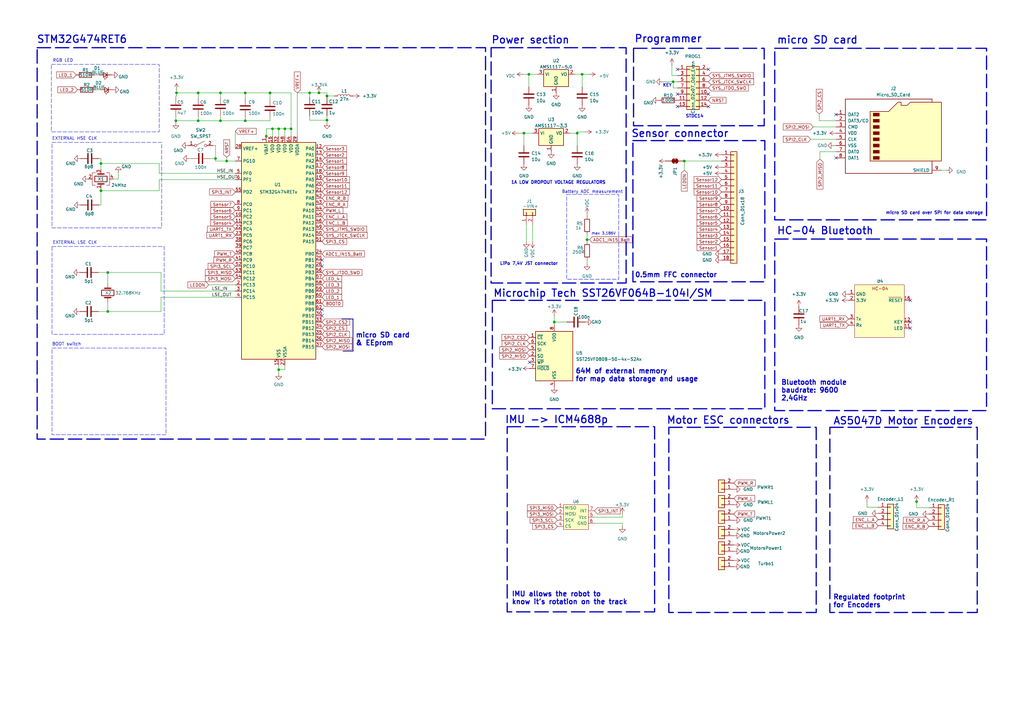
<source format=kicad_sch>
(kicad_sch (version 20231120) (generator "eeschema") (generator_version "8.0")
  (paper "A3")
  (junction (at 127 38.1))
  (junction (at 100.584 38.1))
  (junction (at 72.136 49.53))
  (junction (at 227.33 132.08))
  (junction (at 280.67 66.04))
  (junction (at 41.402 67.056))
  (junction (at 375.92 205.74))
  (junction (at 44.196 111.76))
  (junction (at 111.76 52.832))
  (junction (at 236.728 54.61))
  (junction (at 72.39 38.1))
  (junction (at 116.84 52.832))
  (junction (at 90.424 49.53))
  (junction (at 41.402 78.232))
  (junction (at 90.424 38.1))
  (junction (at 238.76 30.48))
  (junction (at 100.584 49.53))
  (junction (at 134.112 49.276))
  (junction (at 109.22 55.88))
  (junction (at 110.744 38.1))
  (junction (at 114.3 151.638))
  (junction (at 81.28 38.1))
  (junction (at 134.112 39.37))
  (junction (at 216.916 30.48))
  (junction (at 119.38 52.832))
  (junction (at 214.884 54.61))
  (junction (at 88.392 65.024))
  (junction (at 114.3 52.832))
  (junction (at 92.964 66.04))
  (junction (at 81.28 49.53))
  (junction (at 276.098 33.528))
  (junction (at 130.81 38.1))
  (junction (at 44.196 127.762))
  (junction (at 240.792 98.298))
  (no_connect (at 132.08 109.22))
  (no_connect (at 217.17 148.59))
  (no_connect (at 277.876 28.448))
  (no_connect (at 277.876 38.608))
  (no_connect (at 290.576 38.608))
  (no_connect (at 132.08 127))
  (no_connect (at 290.576 28.448))
  (no_connect (at 342.9 46.99))
  (no_connect (at 132.08 106.68))
  (no_connect (at 277.876 43.688))
  (no_connect (at 132.08 129.54))
  (no_connect (at 373.38 132.08))
  (no_connect (at 373.38 134.62))
  (no_connect (at 342.9 64.77))
  (no_connect (at 290.576 43.688))
  (no_connect (at 373.38 123.19))
  (wire (pts (xy 110.744 38.1) (xy 110.744 40.64)))
  (wire (pts (xy 96.52 53.848) (xy 96.52 60.96)))
  (wire (pts (xy 109.22 55.88) (xy 109.22 52.832)))
  (wire (pts (xy 66.04 127.762) (xy 66.04 121.92)))
  (wire (pts (xy 66.04 121.92) (xy 96.52 121.92)))
  (wire (pts (xy 65.278 73.66) (xy 96.52 73.66)))
  (wire (pts (xy 127 39.878) (xy 127 38.1)))
  (wire (pts (xy 116.84 52.832) (xy 116.84 55.88)))
  (bus (pts (xy 144.78 130.81) (xy 144.78 144.018)))
  (wire (pts (xy 232.41 132.08) (xy 227.33 132.08)))
  (wire (pts (xy 111.76 55.88) (xy 111.76 52.832)))
  (wire (pts (xy 119.38 55.88) (xy 119.38 52.832)))
  (wire (pts (xy 66.04 119.38) (xy 66.04 111.76)))
  (wire (pts (xy 134.112 39.37) (xy 134.112 39.878)))
  (wire (pts (xy 332.486 57.15) (xy 342.9 57.15)))
  (wire (pts (xy 240.792 106.68) (xy 240.792 108.204)))
  (wire (pts (xy 81.28 47.752) (xy 81.28 49.53)))
  (wire (pts (xy 277.876 36.068) (xy 276.098 36.068)))
  (wire (pts (xy 72.39 39.37) (xy 72.136 39.37)))
  (wire (pts (xy 72.39 38.1) (xy 72.39 39.37)))
  (wire (pts (xy 240.792 87.884) (xy 240.792 88.646)))
  (wire (pts (xy 109.22 52.832) (xy 111.76 52.832)))
  (wire (pts (xy 41.402 84.074) (xy 40.64 84.074)))
  (bus (pts (xy 140.208 130.81) (xy 144.78 130.81)))
  (wire (pts (xy 216.916 30.48) (xy 220.472 30.48)))
  (wire (pts (xy 342.9 62.23) (xy 336.296 62.23)))
  (wire (pts (xy 72.136 47.752) (xy 72.136 49.53)))
  (wire (pts (xy 127 38.1) (xy 130.81 38.1)))
  (wire (pts (xy 114.3 52.832) (xy 114.3 55.88)))
  (wire (pts (xy 72.136 39.37) (xy 72.136 40.132)))
  (wire (pts (xy 137.16 39.37) (xy 134.112 39.37)))
  (wire (pts (xy 72.39 36.83) (xy 72.39 38.1)))
  (bus (pts (xy 144.78 144.018) (xy 140.716 144.018)))
  (wire (pts (xy 275.59 30.988) (xy 277.876 30.988)))
  (wire (pts (xy 40.386 127.762) (xy 44.196 127.762)))
  (wire (pts (xy 114.3 151.638) (xy 114.3 149.86)))
  (wire (pts (xy 236.728 54.61) (xy 236.728 59.69)))
  (wire (pts (xy 38.862 30.734) (xy 40.64 30.734)))
  (wire (pts (xy 215.9 92.202) (xy 215.9 99.06)))
  (wire (pts (xy 88.392 59.69) (xy 88.392 65.024)))
  (wire (pts (xy 77.724 65.024) (xy 78.486 65.024)))
  (wire (pts (xy 121.92 38.1) (xy 121.92 55.88)))
  (wire (pts (xy 236.728 54.102) (xy 240.03 54.102)))
  (wire (pts (xy 44.196 111.76) (xy 66.04 111.76)))
  (wire (pts (xy 110.744 38.1) (xy 100.584 38.1)))
  (wire (pts (xy 233.68 54.61) (xy 236.728 54.61)))
  (wire (pts (xy 88.392 59.69) (xy 87.376 59.69)))
  (wire (pts (xy 110.744 48.26) (xy 110.744 49.53)))
  (wire (pts (xy 85.598 116.84) (xy 96.52 116.84)))
  (wire (pts (xy 114.3 151.638) (xy 116.84 151.638)))
  (wire (pts (xy 342.9 49.53) (xy 336.042 49.53)))
  (wire (pts (xy 240.792 98.298) (xy 241.808 98.298)))
  (wire (pts (xy 92.964 66.04) (xy 96.52 66.04)))
  (wire (pts (xy 65.278 67.056) (xy 41.402 67.056)))
  (wire (pts (xy 227.33 132.08) (xy 227.33 133.35)))
  (wire (pts (xy 90.424 38.1) (xy 90.424 39.878)))
  (wire (pts (xy 90.424 49.53) (xy 100.584 49.53)))
  (wire (pts (xy 92.964 64.516) (xy 92.964 66.04)))
  (wire (pts (xy 88.392 65.024) (xy 86.106 65.024)))
  (wire (pts (xy 90.424 47.498) (xy 90.424 49.53)))
  (wire (pts (xy 109.22 56.134) (xy 109.22 55.88)))
  (wire (pts (xy 119.38 52.832) (xy 119.38 38.1)))
  (wire (pts (xy 65.278 67.056) (xy 65.278 71.12)))
  (wire (pts (xy 238.76 30.48) (xy 241.554 30.48)))
  (wire (pts (xy 336.042 46.736) (xy 336.042 49.53)))
  (wire (pts (xy 134.112 47.498) (xy 134.112 49.276)))
  (wire (pts (xy 121.92 38.1) (xy 127 38.1)))
  (wire (pts (xy 90.424 38.1) (xy 81.28 38.1)))
  (wire (pts (xy 116.84 151.638) (xy 116.84 149.86)))
  (wire (pts (xy 280.67 66.04) (xy 295.91 66.04)))
  (wire (pts (xy 130.81 38.1) (xy 134.112 38.1)))
  (wire (pts (xy 235.712 30.48) (xy 238.76 30.48)))
  (wire (pts (xy 39.37 36.83) (xy 41.148 36.83)))
  (wire (pts (xy 72.39 38.1) (xy 81.28 38.1)))
  (wire (pts (xy 255.27 215.9) (xy 255.27 214.63)))
  (wire (pts (xy 41.402 77.216) (xy 41.402 78.232)))
  (wire (pts (xy 218.44 92.202) (xy 218.44 99.06)))
  (wire (pts (xy 72.136 49.53) (xy 81.28 49.53)))
  (wire (pts (xy 214.63 30.48) (xy 216.916 30.48)))
  (wire (pts (xy 276.098 33.528) (xy 277.876 33.528)))
  (wire (pts (xy 65.278 73.66) (xy 65.278 78.232)))
  (wire (pts (xy 342.9 59.69) (xy 342.138 59.69)))
  (wire (pts (xy 127 49.276) (xy 134.112 49.276)))
  (wire (pts (xy 134.112 38.1) (xy 134.112 39.37)))
  (wire (pts (xy 134.112 49.276) (xy 134.112 50.292)))
  (wire (pts (xy 114.3 52.832) (xy 116.84 52.832)))
  (wire (pts (xy 65.278 78.232) (xy 41.402 78.232)))
  (wire (pts (xy 72.136 50.292) (xy 72.136 49.53)))
  (wire (pts (xy 375.92 208.28) (xy 381 208.28)))
  (wire (pts (xy 66.04 119.38) (xy 96.52 119.38)))
  (wire (pts (xy 255.27 212.09) (xy 243.84 212.09)))
  (wire (pts (xy 114.3 153.162) (xy 114.3 151.638)))
  (wire (pts (xy 386.08 69.85) (xy 388.112 69.85)))
  (wire (pts (xy 240.792 98.298) (xy 240.792 99.06)))
  (wire (pts (xy 100.584 49.53) (xy 110.744 49.53)))
  (wire (pts (xy 100.584 48.006) (xy 100.584 49.53)))
  (wire (pts (xy 214.884 54.61) (xy 218.44 54.61)))
  (wire (pts (xy 111.76 52.832) (xy 114.3 52.832)))
  (wire (pts (xy 100.584 38.1) (xy 90.424 38.1)))
  (wire (pts (xy 40.386 111.76) (xy 44.196 111.76)))
  (wire (pts (xy 336.296 62.23) (xy 336.296 65.278)))
  (wire (pts (xy 48.514 73.406) (xy 46.482 73.406)))
  (wire (pts (xy 275.59 26.67) (xy 275.59 30.988)))
  (wire (pts (xy 355.6 205.74) (xy 355.6 208.026)))
  (wire (pts (xy 44.196 116.332) (xy 44.196 111.76)))
  (wire (pts (xy 214.884 54.61) (xy 214.884 59.69)))
  (wire (pts (xy 81.28 38.1) (xy 81.28 40.132)))
  (wire (pts (xy 355.6 208.026) (xy 360.172 208.026)))
  (wire (pts (xy 44.196 123.952) (xy 44.196 127.762)))
  (wire (pts (xy 81.28 49.53) (xy 90.424 49.53)))
  (wire (pts (xy 271.78 33.528) (xy 276.098 33.528)))
  (wire (pts (xy 116.84 52.832) (xy 119.38 52.832)))
  (wire (pts (xy 240.792 96.266) (xy 240.792 98.298)))
  (wire (pts (xy 375.92 205.74) (xy 375.92 208.28)))
  (wire (pts (xy 280.67 69.85) (xy 280.67 66.04)))
  (wire (pts (xy 41.402 65.024) (xy 41.402 67.056)))
  (wire (pts (xy 48.514 70.866) (xy 48.514 73.406)))
  (wire (pts (xy 119.38 38.1) (xy 110.744 38.1)))
  (wire (pts (xy 276.098 36.068) (xy 276.098 33.528)))
  (wire (pts (xy 127 49.276) (xy 127 47.498)))
  (wire (pts (xy 88.392 66.04) (xy 88.392 65.024)))
  (wire (pts (xy 236.728 54.102) (xy 236.728 54.61)))
  (wire (pts (xy 44.196 127.762) (xy 66.04 127.762)))
  (wire (pts (xy 41.402 67.056) (xy 41.402 69.596)))
  (wire (pts (xy 333.502 52.07) (xy 342.9 52.07)))
  (wire (pts (xy 41.402 78.232) (xy 41.402 84.074)))
  (wire (pts (xy 212.598 54.61) (xy 214.884 54.61)))
  (wire (pts (xy 255.27 210.82) (xy 255.27 212.09)))
  (wire (pts (xy 216.916 30.48) (xy 216.916 35.56)))
  (wire (pts (xy 227.33 129.54) (xy 227.33 132.08)))
  (wire (pts (xy 238.76 30.48) (xy 238.76 35.56)))
  (wire (pts (xy 255.27 214.63) (xy 243.84 214.63)))
  (wire (pts (xy 65.278 71.12) (xy 96.52 71.12)))
  (wire (pts (xy 375.92 205.486) (xy 375.92 205.74)))
  (wire (pts (xy 92.964 66.04) (xy 88.392 66.04)))
  (wire (pts (xy 100.584 38.1) (xy 100.584 40.386)))
  (wire (pts (xy 40.64 65.024) (xy 41.402 65.024)))
  (rectangle (start 317.754 19.812) (end 404.622 90.17) (stroke (width 0.5) (type dash)))
  (rectangle (start 317.754 98.044) (end 404.622 168.402) (stroke (width 0.5) (type dash)))
  (rectangle (start 259.588 57.658) (end 313.69 115.57) (stroke (width 0.5) (type dash)))
  (rectangle (start 21.336 142.748) (end 68.072 178.308) (stroke (width 0) (type dash)))
  (rectangle (start 21.082 26.416) (end 65.278 54.102) (stroke (width 0) (type dash)))
  (rectangle (start 201.93 123.19) (end 313.69 167.64) (stroke (width 0.5) (type dash)))
  (rectangle (start 21.336 58.42) (end 66.294 93.472) (stroke (width 0) (type dash)))
  (rectangle (start 208.026 175.006) (end 268.478 250.952) (stroke (width 0.5) (type dash)))
  (rectangle (start 340.36 175.26) (end 400.812 251.206) (stroke (width 0.5) (type dash)))
  (rectangle (start 21.336 101.092) (end 67.31 137.16) (stroke (width 0) (type dash)))
  (rectangle (start 15.24 19.558) (end 199.136 180.086) (stroke (width 0.5) (type dash)))
  (rectangle (start 232.41 79.756) (end 253.746 114.554) (stroke (width 0) (type dash)))
  (rectangle (start 274.32 175.26) (end 334.772 251.206) (stroke (width 0.5) (type dash)))
  (rectangle (start 201.422 19.558) (end 256.794 116.078) (stroke (width 0.5) (type dash)))
  (rectangle (start 259.842 19.812) (end 313.436 51.562) (stroke (width 0.5) (type dash)))
  (text "Bluetooth module\nbaudrate: 9600\n2,4GHz" (at 320.294 164.592 0) (effects (font (size 2 2) (thickness 0.4) (bold yes)) (justify left bottom)))
  (text "Regulated footprint\nfor Encoders" (at 341.63 249.428 0) (effects (font (size 2 2) (thickness 0.4) (bold yes)) (justify left bottom)))
  (text "RGB LED " (at 21.59 25.654 0) (effects (font (size 1.27 1.27)) (justify left bottom)))
  (text "HC-04 Bluetooth" (at 318.516 96.52 0) (effects (font (size 3 3) (thickness 0.454) (bold yes)) (justify left bottom)))
  (text "EXTERNAL LSE CLK" (at 21.59 100.33 0) (effects (font (size 1.27 1.27)) (justify left bottom)))
  (text "max 3,186V" (at 242.57 96.52 0) (effects (font (size 1.1 1.1)) (justify left bottom)))
  (text "EXTERNAL HSE CLK" (at 21.336 57.658 0) (effects (font (size 1.27 1.27)) (justify left bottom)))
  (text "micro SD card \n& EEprom\n" (at 145.796 141.986 0) (effects (font (size 2 2) (thickness 0.4) (bold yes)) (justify left bottom)))
  (text "LiPo 7,4V JST connector\n" (at 204.978 108.966 0) (effects (font (size 1.27 1.27) (thickness 0.254) (bold yes)) (justify left bottom)))
  (text "IMU allows the robot to\nknow it's rotation on the track" (at 209.804 248.158 0) (effects (font (size 2 2) (thickness 0.4) (bold yes)) (justify left bottom)))
  (text "IMU -> ICM4688p" (at 207.01 173.99 0) (effects (font (size 3 3) (thickness 0.454) (bold yes)) (justify left bottom)))
  (text "64M of external memory \nfor map data storage and usage" (at 235.966 156.718 0) (effects (font (size 2 2) (thickness 0.4) (bold yes)) (justify left bottom)))
  (text "1A LOW DROPOUT VOLTAGE REGULATORS" (at 209.55 75.692 0) (effects (font (size 1.27 1.27) (thickness 0.254) (bold yes)) (justify left bottom)))
  (text "Motor ESC connectors" (at 273.304 174.244 0) (effects (font (size 3 3) (thickness 0.454) (bold yes)) (justify left bottom)))
  (text "micro SD card" (at 318.516 18.288 0) (effects (font (size 3 3) (thickness 0.454) (bold yes)) (justify left bottom)))
  (text "Sensor connector" (at 258.826 56.642 0) (effects (font (size 3 3) (thickness 0.454) (bold yes)) (justify left bottom)))
  (text "STDC14" (at 281.178 48.514 0) (effects (font (size 1.27 1.27) (thickness 0.254) (bold yes)) (justify left bottom)))
  (text "AS5047D Motor Encoders" (at 341.63 174.498 0) (effects (font (size 3 3) (thickness 0.454) (bold yes)) (justify left bottom)))
  (text "BOOT switch" (at 21.336 141.986 0) (effects (font (size 1.27 1.27)) (justify left bottom)))
  (text "Microchip Tech SST26VF064B-104I/SM" (at 202.184 122.174 0) (effects (font (size 3 3) (thickness 0.454) (bold yes)) (justify left bottom)))
  (text "Power section" (at 201.422 18.288 0) (effects (font (size 3 3) (thickness 0.454) (bold yes)) (justify left bottom)))
  (text "KEY" (at 271.78 35.814 0) (effects (font (size 1.27 1.27) (bold yes)) (justify left bottom)))
  (text "0.5mm FFC connector\n" (at 260.35 114.046 0) (effects (font (size 2 2) (thickness 0.4) (bold yes)) (justify left bottom)))
  (text "Programmer" (at 260.096 17.78 0) (effects (font (size 3 3) (thickness 0.454) (bold yes)) (justify left bottom)))
  (text "STM32G474RET6" (at 14.986 18.034 0) (effects (font (size 3 3) (thickness 0.454) (bold yes)) (justify left bottom)))
  (text "micro SD card over SPI for data storage" (at 363.22 88.138 0) (effects (font (size 1.27 1.27) (thickness 0.254) (bold yes)) (justify left bottom)))
  (text "Battery ADC measurement" (at 230.378 79.502 0) (effects (font (size 1.27 1.27)) (justify left bottom)))
  (label "HSE_OUT" (at 88.9 73.66 0))
  (label "LSE_IN" (at 86.868 119.38 0))
  (label "LSE_OUT" (at 86.868 121.92 0))
  (label "HSE_IN" (at 88.9 71.12 0))
  (global_label "Sensor8" (shape input) (at 295.91 83.82 180) (property "Intersheetrefs" "${INTERSHEET_REFS}" (effects (hide yes))))
  (global_label "Sensor4" (shape input) (at 295.91 93.98 180) (property "Intersheetrefs" "${INTERSHEET_REFS}" (effects (hide yes))))
  (global_label "Sensor3" (shape input) (at 132.08 60.96 0) (property "Intersheetrefs" "${INTERSHEET_REFS}" (effects (hide yes))))
  (global_label "SPI3_SCL" (shape input) (at 228.6 213.36 180) (property "Intersheetrefs" "${INTERSHEET_REFS}" (effects (hide yes))))
  (global_label "LEDON" (shape input) (at 280.67 69.85 270) (property "Intersheetrefs" "${INTERSHEET_REFS}" (effects (hide yes))))
  (global_label "UART1_TX" (shape input) (at 96.52 93.98 180) (property "Intersheetrefs" "${INTERSHEET_REFS}" (effects (hide yes))))
  (global_label "SYS_JTDO_SWO" (shape input) (at 132.08 111.76 0) (property "Intersheetrefs" "${INTERSHEET_REFS}" (effects (hide yes))))
  (global_label "SYS_JTMS_SWDIO" (shape input) (at 132.08 93.98 0) (property "Intersheetrefs" "${INTERSHEET_REFS}" (effects (hide yes))))
  (global_label "UART1_RX" (shape input) (at 347.98 130.81 180) (property "Intersheetrefs" "${INTERSHEET_REFS}" (effects (hide yes))))
  (global_label "Sensor9" (shape input) (at 295.91 81.28 180) (property "Intersheetrefs" "${INTERSHEET_REFS}" (effects (hide yes))))
  (global_label "SPI3_MOSI" (shape input) (at 228.6 210.82 180) (property "Intersheetrefs" "${INTERSHEET_REFS}" (effects (hide yes))))
  (global_label "SPI3_SCL" (shape input) (at 96.52 109.22 180) (property "Intersheetrefs" "${INTERSHEET_REFS}" (effects (hide yes))))
  (global_label "SPI3_MOSI" (shape input) (at 96.52 114.3 180) (property "Intersheetrefs" "${INTERSHEET_REFS}" (effects (hide yes))))
  (global_label "Sensor8" (shape input) (at 132.08 68.58 0) (property "Intersheetrefs" "${INTERSHEET_REFS}" (effects (hide yes))))
  (global_label "ENC_L_B" (shape input) (at 132.08 91.44 0) (property "Intersheetrefs" "${INTERSHEET_REFS}" (effects (hide yes))))
  (global_label "LED_3" (shape input) (at 132.08 116.84 0) (property "Intersheetrefs" "${INTERSHEET_REFS}" (effects (hide yes))))
  (global_label "PWM_L" (shape input) (at 132.08 86.36 0) (property "Intersheetrefs" "${INTERSHEET_REFS}" (effects (hide yes))))
  (global_label "PWM_R" (shape input) (at 300.99 198.12 0) (property "Intersheetrefs" "${INTERSHEET_REFS}" (effects (hide yes))))
  (global_label "ADC1_IN15_Batt" (shape input) (at 132.08 104.14 0) (property "Intersheetrefs" "${INTERSHEET_REFS}" (effects (hide yes))))
  (global_label "ENC_R_B" (shape input) (at 132.08 81.28 0) (property "Intersheetrefs" "${INTERSHEET_REFS}" (effects (hide yes))))
  (global_label "Sensor2" (shape input) (at 132.08 63.5 0) (property "Intersheetrefs" "${INTERSHEET_REFS}" (effects (hide yes))))
  (global_label "Sensor11" (shape input) (at 132.08 76.2 0) (property "Intersheetrefs" "${INTERSHEET_REFS}" (effects (hide yes))))
  (global_label "SPI2_CS" (shape input) (at 336.042 46.736 90) (property "Intersheetrefs" "${INTERSHEET_REFS}" (effects (hide yes))))
  (global_label "LED_4" (shape input) (at 132.08 114.3 0) (property "Intersheetrefs" "${INTERSHEET_REFS}" (effects (hide yes))))
  (global_label "Sensor6" (shape input) (at 295.91 88.9 180) (property "Intersheetrefs" "${INTERSHEET_REFS}" (effects (hide yes))))
  (global_label "ENC_R_A" (shape input) (at 132.08 83.82 0) (property "Intersheetrefs" "${INTERSHEET_REFS}" (effects (hide yes))))
  (global_label "ENC_L_B" (shape input) (at 360.172 215.646 180) (property "Intersheetrefs" "${INTERSHEET_REFS}" (effects (hide yes))))
  (global_label "ENC_R_A" (shape input) (at 381 213.36 180) (property "Intersheetrefs" "${INTERSHEET_REFS}" (effects (hide yes))))
  (global_label "UART1_TX" (shape input) (at 347.98 133.35 180) (property "Intersheetrefs" "${INTERSHEET_REFS}" (effects (hide yes))))
  (global_label "SPI2_MISO" (shape input) (at 217.17 146.05 180) (property "Intersheetrefs" "${INTERSHEET_REFS}" (effects (hide yes))))
  (global_label "LED_1" (shape input) (at 132.08 121.92 0) (property "Intersheetrefs" "${INTERSHEET_REFS}" (effects (hide yes))))
  (global_label "SPI3_CS" (shape input) (at 132.08 99.06 0) (property "Intersheetrefs" "${INTERSHEET_REFS}" (effects (hide yes))))
  (global_label "Sensor7" (shape input) (at 96.52 83.82 180) (property "Intersheetrefs" "${INTERSHEET_REFS}" (effects (hide yes))))
  (global_label "SPI2_MISO" (shape input) (at 132.08 139.7 0) (property "Intersheetrefs" "${INTERSHEET_REFS}" (effects (hide yes))))
  (global_label "SPI2_CLK" (shape input) (at 132.08 137.16 0) (property "Intersheetrefs" "${INTERSHEET_REFS}" (effects (hide yes))))
  (global_label "SYS_JTDO_SWO" (shape input) (at 290.576 36.068 0) (property "Intersheetrefs" "${INTERSHEET_REFS}" (effects (hide yes))))
  (global_label "Sensor5" (shape input) (at 96.52 88.9 180) (property "Intersheetrefs" "${INTERSHEET_REFS}" (effects (hide yes))))
  (global_label "PWM_T" (shape input) (at 300.99 210.82 0) (property "Intersheetrefs" "${INTERSHEET_REFS}" (effects (hide yes))))
  (global_label "SPI2_MOSI" (shape input) (at 217.17 143.51 180) (property "Intersheetrefs" "${INTERSHEET_REFS}" (effects (hide yes))))
  (global_label "VREF+" (shape input) (at 121.92 38.1 90) (property "Intersheetrefs" "${INTERSHEET_REFS}" (effects (hide yes))))
  (global_label "SYS_JTCK_SWCLK" (shape input) (at 290.576 33.528 0) (property "Intersheetrefs" "${INTERSHEET_REFS}" (effects (hide yes))))
  (global_label "SPI3_INT" (shape input) (at 243.84 209.55 0) (property "Intersheetrefs" "${INTERSHEET_REFS}" (effects (hide yes))))
  (global_label "Sensor7" (shape input) (at 295.91 86.36 180) (property "Intersheetrefs" "${INTERSHEET_REFS}" (effects (hide yes))))
  (global_label "BOOT0" (shape input) (at 132.08 124.46 0) (property "Intersheetrefs" "${INTERSHEET_REFS}" (effects (hide yes))))
  (global_label "PWM_R" (shape input) (at 96.52 106.68 180) (property "Intersheetrefs" "${INTERSHEET_REFS}" (effects (hide yes))))
  (global_label "Sensor11" (shape input) (at 295.91 76.2 180) (property "Intersheetrefs" "${INTERSHEET_REFS}" (effects (hide yes))))
  (global_label "Sensor3" (shape input) (at 295.91 96.52 180) (property "Intersheetrefs" "${INTERSHEET_REFS}" (effects (hide yes))))
  (global_label "Sensor12" (shape input) (at 295.91 73.66 180) (property "Intersheetrefs" "${INTERSHEET_REFS}" (effects (hide yes))))
  (global_label "UART1_RX" (shape input) (at 96.52 96.52 180) (property "Intersheetrefs" "${INTERSHEET_REFS}" (effects (hide yes))))
  (global_label "Sensor9" (shape input) (at 132.08 71.12 0) (property "Intersheetrefs" "${INTERSHEET_REFS}" (effects (hide yes))))
  (global_label "SPI3_MISO" (shape input) (at 228.6 208.28 180) (property "Intersheetrefs" "${INTERSHEET_REFS}" (effects (hide yes))))
  (global_label "Sensor1" (shape input) (at 295.91 101.6 180) (property "Intersheetrefs" "${INTERSHEET_REFS}" (effects (hide yes))))
  (global_label "SPI2_CS" (shape input) (at 132.08 134.62 0) (property "Intersheetrefs" "${INTERSHEET_REFS}" (effects (hide yes))))
  (global_label "ENC_R_B" (shape input) (at 381 215.9 180) (property "Intersheetrefs" "${INTERSHEET_REFS}" (effects (hide yes))))
  (global_label "LED_2" (shape input) (at 31.75 36.83 180) (property "Intersheetrefs" "${INTERSHEET_REFS}" (effects (hide yes))))
  (global_label "ENC_L_A" (shape input) (at 132.08 88.9 0) (property "Intersheetrefs" "${INTERSHEET_REFS}" (effects (hide yes))))
  (global_label "ENC_L_A" (shape input) (at 360.172 213.106 180) (property "Intersheetrefs" "${INTERSHEET_REFS}" (effects (hide yes))))
  (global_label "Sensor4" (shape input) (at 96.52 91.44 180) (property "Intersheetrefs" "${INTERSHEET_REFS}" (effects (hide yes))))
  (global_label "SPI2_MISO" (shape input) (at 336.296 65.278 270) (property "Intersheetrefs" "${INTERSHEET_REFS}" (effects (hide yes))))
  (global_label "LED_1" (shape input) (at 31.242 30.734 180) (property "Intersheetrefs" "${INTERSHEET_REFS}" (effects (hide yes))))
  (global_label "SPI2_MOSI" (shape input) (at 132.08 142.24 0) (property "Intersheetrefs" "${INTERSHEET_REFS}" (effects (hide yes))))
  (global_label "NRST" (shape input) (at 92.964 64.516 90) (property "Intersheetrefs" "${INTERSHEET_REFS}" (effects (hide yes))))
  (global_label "VREF+" (shape input) (at 96.52 53.848 0) (property "Intersheetrefs" "${INTERSHEET_REFS}" (effects (hide yes))))
  (global_label "SYS_JTCK_SWCLK" (shape input) (at 132.08 96.52 0) (property "Intersheetrefs" "${INTERSHEET_REFS}" (effects (hide yes))))
  (global_label "SPI2_CLK" (shape input) (at 332.486 57.15 180) (property "Intersheetrefs" "${INTERSHEET_REFS}" (effects (hide yes))))
  (global_label "Sensor12" (shape input) (at 132.08 78.74 0) (property "Intersheetrefs" "${INTERSHEET_REFS}" (effects (hide yes))))
  (global_label "SPI2_MOSI" (shape input) (at 333.502 52.07 180) (property "Intersheetrefs" "${INTERSHEET_REFS}" (effects (hide yes))))
  (global_label "SYS_JTMS_SWDIO" (shape input) (at 290.576 30.988 0) (property "Intersheetrefs" "${INTERSHEET_REFS}" (effects (hide yes))))
  (global_label "LED_2" (shape input) (at 132.08 119.38 0) (property "Intersheetrefs" "${INTERSHEET_REFS}" (effects (hide yes))))
  (global_label "SPI2_CLK" (shape input) (at 217.17 140.97 180) (property "Intersheetrefs" "${INTERSHEET_REFS}" (effects (hide yes))))
  (global_label "Sensor5" (shape input) (at 295.91 91.44 180) (property "Intersheetrefs" "${INTERSHEET_REFS}" (effects (hide yes))))
  (global_label "SPI2_CS2" (shape input) (at 132.08 132.08 0) (property "Intersheetrefs" "${INTERSHEET_REFS}" (effects (hide yes))))
  (global_label "SPI3_CS" (shape input) (at 228.6 215.9 180) (property "Intersheetrefs" "${INTERSHEET_REFS}" (effects (hide yes))))
  (global_label "SPI3_INT" (shape input) (at 96.52 78.74 180) (property "Intersheetrefs" "${INTERSHEET_REFS}" (effects (hide yes))))
  (global_label "PWM_L" (shape input) (at 300.99 204.47 0) (property "Intersheetrefs" "${INTERSHEET_REFS}" (effects (hide yes))))
  (global_label "Sensor10" (shape input) (at 132.08 73.66 0) (property "Intersheetrefs" "${INTERSHEET_REFS}" (effects (hide yes))))
  (global_label "Sensor10" (shape input) (at 295.91 78.74 180) (property "Intersheetrefs" "${INTERSHEET_REFS}" (effects (hide yes))))
  (global_label "Sensor2" (shape input) (at 295.91 99.06 180) (property "Intersheetrefs" "${INTERSHEET_REFS}" (effects (hide yes))))
  (global_label "LEDON" (shape input) (at 85.598 116.84 180) (property "Intersheetrefs" "${INTERSHEET_REFS}" (effects (hide yes))))
  (global_label "NRST" (shape input) (at 290.576 41.148 0) (property "Intersheetrefs" "${INTERSHEET_REFS}" (effects (hide yes))))
  (global_label "Sensor6" (shape input) (at 96.52 86.36 180) (property "Intersheetrefs" "${INTERSHEET_REFS}" (effects (hide yes))))
  (global_label "SPI2_CS2" (shape input) (at 217.17 138.43 180) (property "Intersheetrefs" "${INTERSHEET_REFS}" (effects (hide yes))))
  (global_label "Sensor1" (shape input) (at 132.08 66.04 0) (property "Intersheetrefs" "${INTERSHEET_REFS}" (effects (hide yes))))
  (global_label "ADC1_IN15_Batt" (shape input) (at 241.808 98.298 0) (property "Intersheetrefs" "${INTERSHEET_REFS}" (effects (hide yes))))
  (global_label "PWM_T" (shape input) (at 96.52 104.14 180) (property "Intersheetrefs" "${INTERSHEET_REFS}" (effects (hide yes))))
  (global_label "SPI3_MISO" (shape input) (at 96.52 111.76 180) (property "Intersheetrefs" "${INTERSHEET_REFS}" (effects (hide yes))))
  (symbol (lib_id "Device:R") (at 240.792 102.87 180) (unit 1)
    (property "Reference" "R6" (at 237.998 101.6 0))
    (property "Value" "250R" (at 237.236 103.378 0))
    (property "Footprint" "Resistor_SMD:R_0603_1608Metric" (effects (hide yes)))
  )
  (symbol (lib_id "power:VDC") (at 300.99 229.87 270) (unit 1)
    (property "Reference" "#PWR066" (effects (hide yes)))
    (property "Value" "VDC" (at 305.816 229.87 90))
  )
  (symbol (lib_id "power:+5V") (at 295.91 68.58 90) (unit 1)
    (property "Reference" "#PWR055" (effects (hide yes)))
    (property "Value" "+5V" (at 290.068 68.58 90))
    (property "Description" "Power symbol creates a global label with name \"+5V\"" (effects (hide yes)))
  )
  (symbol (lib_id "power:+3.3V") (at 295.91 63.5 90) (unit 1)
    (property "Reference" "#PWR057" (effects (hide yes)))
    (property "Value" "+3.3V" (at 292.1 63.4999 90) (effects (justify left)))
    (property "Description" "Power symbol creates a global label with name \"+3.3V\"" (effects (hide yes)))
  )
  (symbol (lib_id "Device:C") (at 36.83 84.074 90) (unit 1)
    (property "Reference" "C4" (at 37.846 80.518 90) (effects (justify left)))
    (property "Value" "6p8" (at 38.608 87.63 90) (effects (justify left)))
    (property "Footprint" "Capacitor_SMD:C_0603_1608Metric" (effects (hide yes)))
  )
  (symbol (lib_id "power:VDC") (at 218.44 99.06 180) (unit 1)
    (property "Reference" "#PWR023" (effects (hide yes)))
    (property "Value" "VDC" (at 218.44 103.886 90))
  )
  (symbol (lib_id "power:+3.3V") (at 347.98 123.19 90) (unit 1)
    (property "Reference" "#PWR040" (effects (hide yes)))
    (property "Value" "+3.3V" (at 344.17 123.1899 90) (effects (justify left)))
    (property "Description" "Power symbol creates a global label with name \"+3.3V\"" (effects (hide yes)))
  )
  (symbol (lib_id "Device:R") (at 240.792 92.456 180) (unit 1)
    (property "Reference" "R5" (at 237.744 91.694 0))
    (property "Value" "1k" (at 237.236 93.472 0))
    (property "Footprint" "Resistor_SMD:R_0603_1608Metric" (effects (hide yes)))
  )
  (symbol (lib_id "MCU_ST_STM32G4:STM32G474RETx") (at 114.3 104.14 0) (unit 1)
    (property "Reference" "U1" (at 112.522 75.692 0) (effects (justify left)))
    (property "Value" "STM32G474RETx" (at 106.426 78.74 0) (effects (justify left)))
    (property "Footprint" "Package_QFP:LQFP-64_10x10mm_P0.5mm" (effects (hide yes)))
    (property "Datasheet" "https://www.st.com/resource/en/datasheet/stm32g474re.pdf" (effects (hide yes)))
  )
  (symbol (lib_id "power:+3.3V") (at 273.05 66.04 90) (unit 1)
    (property "Reference" "#PWR054" (effects (hide yes)))
    (property "Value" "+3.3V" (at 271.018 70.358 0))
    (property "Description" "Power symbol creates a global label with name \"+3.3V\"" (effects (hide yes)))
  )
  (symbol (lib_id "power:VDC") (at 300.99 217.17 270) (unit 1)
    (property "Reference" "#PWR063" (effects (hide yes)))
    (property "Value" "VDC" (at 305.816 217.17 90))
  )
  (symbol (lib_id "power:GND") (at 236.728 67.31 0) (unit 1)
    (property "Reference" "#PWR030" (effects (hide yes)))
    (property "Value" "GND" (at 236.728 72.136 0))
  )
  (symbol (lib_id "Connector_Generic:Conn_01x02") (at 295.91 232.41 180) (unit 1)
    (property "Reference" "Turbo1" (at 314.198 231.14 0))
    (property "Value" "Conn_01x02" (effects (hide yes)))
    (property "Footprint" "APhotonLibrary:PowerConn" (effects (hide yes)))
    (property "Description" "Generic connector, single row, 01x02, script generated (kicad-library-utils/schlib/autogen/connector/)" (effects (hide yes)))
  )
  (symbol (lib_id "Device:C") (at 90.424 43.688 0) (unit 1)
    (property "Reference" "C8" (at 91.44 41.656 0) (effects (justify left)))
    (property "Value" "100n" (at 91.186 46.482 0) (effects (justify left)))
    (property "Footprint" "Capacitor_SMD:C_0603_1608Metric" (effects (hide yes)))
  )
  (symbol (lib_id "power:GND") (at 300.99 219.71 90) (unit 1)
    (property "Reference" "#PWR062" (effects (hide yes)))
    (property "Value" "GND" (at 305.562 219.71 90))
  )
  (symbol (lib_id "power:GND") (at 45.72 30.734 90) (unit 1)
    (property "Reference" "#PWR08" (effects (hide yes)))
    (property "Value" "GND" (at 48.514 31.496 90) (effects (justify right)))
  )
  (symbol (lib_id "Connector:Micro_SD_Card") (at 365.76 54.61 0) (unit 1)
    (property "Reference" "J2" (at 366.395 36.322 0))
    (property "Value" "Micro_SD_Card" (at 366.395 38.862 0))
    (property "Footprint" "APhotonLibrary:SdCard" (effects (hide yes)))
    (property "Datasheet" "http://katalog.we-online.de/em/datasheet/693072010801.pdf" (effects (hide yes)))
  )
  (symbol (lib_id "power:GND") (at 134.112 50.292 0) (unit 1)
    (property "Reference" "#PWR019" (effects (hide yes)))
    (property "Value" "GND" (at 134.112 55.88 0))
  )
  (symbol (lib_id "power:GND") (at 77.216 59.69 270) (unit 1)
    (property "Reference" "#PWR015" (effects (hide yes)))
    (property "Value" "GND" (at 75.184 61.722 90) (effects (justify right)))
  )
  (symbol (lib_id "power:+3.3V") (at 375.92 205.74 0) (unit 1)
    (property "Reference" "#PWR047" (effects (hide yes)))
    (property "Value" "+3.3V" (at 375.92 200.66 0))
    (property "Description" "Power symbol creates a global label with name \"+3.3V\"" (effects (hide yes)))
  )
  (symbol (lib_id "power:+3.3VA") (at 130.81 38.1 0) (unit 1)
    (property "Reference" "#PWR018" (effects (hide yes)))
    (property "Value" "+3.3VA" (at 130.81 34.798 0))
  )
  (symbol (lib_id "power:GND") (at 32.766 111.76 270) (unit 1)
    (property "Reference" "#PWR01" (effects (hide yes)))
    (property "Value" "GND" (at 30.734 113.538 90) (effects (justify right)))
  )
  (symbol (lib_id "Device:C") (at 81.28 43.942 0) (unit 1)
    (property "Reference" "C6" (at 82.042 41.91 0) (effects (justify left)))
    (property "Value" "100n" (at 82.042 46.482 0) (effects (justify left)))
    (property "Footprint" "Capacitor_SMD:C_0603_1608Metric" (effects (hide yes)))
  )
  (symbol (lib_id "power:GND") (at 215.9 99.06 0) (unit 1)
    (property "Reference" "#PWR026" (effects (hide yes)))
    (property "Value" "GND" (at 215.9 103.632 90))
  )
  (symbol (lib_id "power:GND") (at 36.322 73.406 270) (unit 1)
    (property "Reference" "#PWR05" (effects (hide yes)))
    (property "Value" "GND" (at 34.29 75.438 90) (effects (justify right)))
  )
  (symbol (lib_id "Device:C") (at 36.576 111.76 90) (unit 1)
    (property "Reference" "C1" (at 37.592 108.204 90) (effects (justify left)))
    (property "Value" "5p1" (at 38.354 115.316 90) (effects (justify left)))
    (property "Footprint" "Capacitor_SMD:C_0603_1608Metric" (effects (hide yes)))
  )
  (symbol (lib_id "power:GND") (at 300.99 232.41 90) (unit 1)
    (property "Reference" "#PWR067" (effects (hide yes)))
    (property "Value" "GND" (at 305.562 232.41 90))
  )
  (symbol (lib_id "power:+3.3V") (at 217.17 151.13 90) (unit 1)
    (property "Reference" "#PWR058" (effects (hide yes)))
    (property "Value" "+3.3V" (at 211.074 151.384 90))
    (property "Description" "Power symbol creates a global label with name \"+3.3V\"" (effects (hide yes)))
  )
  (symbol (lib_id "power:+3.3V") (at 275.59 26.67 0) (unit 1)
    (property "Reference" "#PWR053" (effects (hide yes)))
    (property "Value" "+3.3V" (at 275.59 21.59 0))
    (property "Description" "Power symbol creates a global label with name \"+3.3V\"" (effects (hide yes)))
  )
  (symbol (lib_id "power:GND") (at 77.724 65.024 270) (unit 1)
    (property "Reference" "#PWR016" (effects (hide yes)))
    (property "Value" "GND" (at 75.692 67.056 90) (effects (justify right)))
  )
  (symbol (lib_id "Device:R") (at 35.052 30.734 270) (unit 1)
    (property "Reference" "R1" (at 35.052 28.702 90))
    (property "Value" "510R" (at 35.052 30.734 90))
    (property "Footprint" "Resistor_SMD:R_0603_1608Metric" (effects (hide yes)))
  )
  (symbol (lib_id "Connector_Generic:Conn_01x02") (at 295.91 226.06 180) (unit 1)
    (property "Reference" "MotorsPower1" (at 314.198 224.79 0))
    (property "Value" "Conn_01x02" (effects (hide yes)))
    (property "Footprint" "APhotonLibrary:PowerConn" (effects (hide yes)))
    (property "Description" "Generic connector, single row, 01x02, script generated (kicad-library-utils/schlib/autogen/connector/)" (effects (hide yes)))
  )
  (symbol (lib_id "power:GND") (at 72.136 50.292 0) (unit 1)
    (property "Reference" "#PWR014" (effects (hide yes)))
    (property "Value" "GND" (at 72.136 55.88 0))
  )
  (symbol (lib_id "Device:R") (at 274.066 41.148 90) (unit 1)
    (property "Reference" "R10" (at 274.066 39.116 90))
    (property "Value" "100R" (at 274.066 41.148 90))
    (property "Footprint" "Resistor_SMD:R_0603_1608Metric" (effects (hide yes)))
  )
  (symbol (lib_id "Device:C") (at 72.136 43.942 0) (unit 1)
    (property "Reference" "C5" (at 72.644 41.91 0) (effects (justify left)))
    (property "Value" "4u7" (at 72.644 46.228 0) (effects (justify left)))
    (property "Footprint" "Capacitor_SMD:C_0603_1608Metric" (effects (hide yes)))
  )
  (symbol (lib_id "Connector_Generic:Conn_01x02") (at 295.91 213.36 180) (unit 1)
    (property "Reference" "PWMT1" (at 313.182 212.598 0))
    (property "Value" "Conn_01x02" (effects (hide yes)))
    (property "Footprint" "Connector_JST:JST_SH_SM02B-SRSS-TB_1x02-1MP_P1.00mm_Horizontal" (effects (hide yes)))
    (property "Description" "Generic connector, single row, 01x02, script generated (kicad-library-utils/schlib/autogen/connector/)" (effects (hide yes)))
  )
  (symbol (lib_id "power:+3.3V") (at 355.6 205.74 0) (unit 1)
    (property "Reference" "#PWR045" (effects (hide yes)))
    (property "Value" "+3.3V" (at 355.6 200.66 0))
    (property "Description" "Power symbol creates a global label with name \"+3.3V\"" (effects (hide yes)))
  )
  (symbol (lib_id "Device:C") (at 327.66 129.54 0) (unit 1)
    (property "Reference" "C17" (at 327.66 127.508 0) (effects (justify left)))
    (property "Value" "1u" (at 328.168 131.826 0) (effects (justify left)))
    (property "Footprint" "Capacitor_SMD:C_0603_1608Metric" (effects (hide yes)))
  )
  (symbol (lib_id "power:+3.3V") (at 144.78 39.37 270) (unit 1)
    (property "Reference" "#PWR020" (effects (hide yes)))
    (property "Value" "+3.3V" (at 148.59 39.3699 90) (effects (justify left)))
    (property "Description" "Power symbol creates a global label with name \"+3.3V\"" (effects (hide yes)))
  )
  (symbol (lib_id "Device:C") (at 238.76 39.37 0) (unit 1)
    (property "Reference" "C15" (at 241.808 38.735 0) (effects (justify left)))
    (property "Value" "10u" (at 241.808 41.275 0) (effects (justify left)))
    (property "Footprint" "Capacitor_SMD:C_0603_1608Metric" (effects (hide yes)))
  )
  (symbol (lib_id "power:VDC") (at 300.99 223.52 270) (unit 1)
    (property "Reference" "#PWR064" (effects (hide yes)))
    (property "Value" "VDC" (at 305.816 223.52 90))
  )
  (symbol (lib_id "Jumper:SolderJumper_2_Bridged") (at 276.86 66.04 180) (unit 1) (exclude_from_sim yes) (in_bom no)
    (property "Reference" "JP1" (at 276.86 72.136 90) (effects (justify right)))
    (property "Value" "SolderJumper_2_Bridged" (effects (hide yes)))
    (property "Footprint" "Jumper:SolderJumper-2_P1.3mm_Bridged2Bar_RoundedPad1.0x1.5mm" (effects (hide yes)))
    (property "Description" "Solder Jumper, 2-pole, closed/bridged" (effects (hide yes)))
  )
  (symbol (lib_id "power:GND") (at 33.02 65.024 270) (unit 1)
    (property "Reference" "#PWR03" (effects (hide yes)))
    (property "Value" "GND" (at 30.988 67.056 90) (effects (justify right)))
  )
  (symbol (lib_id "Device:R") (at 35.56 36.83 270) (unit 1)
    (property "Reference" "R2" (at 35.56 34.798 90))
    (property "Value" "510R" (at 35.56 36.83 90))
    (property "Footprint" "Resistor_SMD:R_0603_1608Metric" (effects (hide yes)))
  )
  (symbol (lib_id "Connector_Generic:Conn_01x02") (at 215.9 87.122 90) (unit 1)
    (property "Reference" "J1" (at 215.9 82.55 90) (effects (justify right)))
    (property "Value" "-VIN+" (at 214.376 84.582 90) (effects (justify right)))
    (property "Footprint" "Connector_AMASS:AMASS_XT30U-F_1x02_P5.0mm_Vertical" (effects (hide yes)))
    (property "Description" "Generic connector, single row, 01x02, script generated (kicad-library-utils/schlib/autogen/connector/)" (effects (hide yes)))
  )
  (symbol (lib_id "Connector_Generic:Conn_01x02") (at 295.91 200.66 180) (unit 1)
    (property "Reference" "PWMR1" (at 313.944 199.898 0))
    (property "Value" "Conn_01x02" (effects (hide yes)))
    (property "Footprint" "Connector_JST:JST_SH_SM02B-SRSS-TB_1x02-1MP_P1.00mm_Horizontal" (effects (hide yes)))
    (property "Description" "Generic connector, single row, 01x02, script generated (kicad-library-utils/schlib/autogen/connector/)" (effects (hide yes)))
  )
  (symbol (lib_id "Device:C") (at 36.576 127.762 90) (unit 1)
    (property "Reference" "C2" (at 37.592 124.206 90) (effects (justify left)))
    (property "Value" "5p1" (at 38.354 131.318 90) (effects (justify left)))
    (property "Footprint" "Capacitor_SMD:C_0603_1608Metric" (effects (hide yes)))
  )
  (symbol (lib_id "power:GND") (at 228.092 38.1 0) (unit 1)
    (property "Reference" "#PWR027" (effects (hide yes)))
    (property "Value" "GND" (at 228.092 42.926 0))
  )
  (symbol (lib_id "Device:C") (at 127 43.688 0) (unit 1)
    (property "Reference" "C11" (at 127.762 41.656 0) (effects (justify left)))
    (property "Value" "100n" (at 127.762 46.228 0) (effects (justify left)))
    (property "Footprint" "Capacitor_SMD:C_0603_1608Metric" (effects (hide yes)))
  )
  (symbol (lib_id "Device:LED_Small") (at 43.18 30.734 180) (unit 1)
    (property "Reference" "D1" (at 39.878 27.94 0))
    (property "Value" "BLUE" (at 40.132 29.718 0))
    (property "Footprint" "LED_SMD:LED_0603_1608Metric" (effects (hide yes)))
    (property "LCSC Part #" "C72041" (effects (hide yes)))
  )
  (symbol (lib_id "Memory_Flash:SST25VF080B-50-4x-S2Ax") (at 227.33 146.05 0) (unit 1)
    (property "Reference" "U5" (at 236.22 144.7799 0) (effects (justify left)))
    (property "Value" "SST25VF080B-50-4x-S2Ax" (at 236.22 147.3199 0) (effects (justify left)))
    (property "Footprint" "Package_SO:SOIC-8_5.275x5.275mm_P1.27mm" (effects (hide yes)))
    (property "Datasheet" "http://ww1.microchip.com/downloads/en/DeviceDoc/20005045C.pdf" (effects (hide yes)))
    (property "Description" "8-Mbit, 2.7 to 3.6V, SPI Flash Memory, SOIC-8" (effects (hide yes)))
  )
  (symbol (lib_id "power:GND") (at 240.792 108.204 0) (unit 1)
    (property "Reference" "#PWR032" (effects (hide yes)))
    (property "Value" "GND" (at 240.792 113.284 0))
  )
  (symbol (lib_id "HC-04:HC-04") (at 360.68 114.3 0) (unit 1)
    (property "Reference" "U4" (at 360.934 115.316 0))
    (property "Value" "~" (at 360.68 115.062 0))
    (property "Footprint" "APhotonLibrary:HC-04" (effects (hide yes)))
  )
  (symbol (lib_id "Connector_Generic:Conn_01x02") (at 295.91 207.01 180) (unit 1)
    (property "Reference" "PWML1" (at 313.944 205.994 0))
    (property "Value" "Conn_01x02" (effects (hide yes)))
    (property "Footprint" "Connector_JST:JST_SH_SM02B-SRSS-TB_1x02-1MP_P1.00mm_Horizontal" (effects (hide yes)))
    (property "Description" "Generic connector, single row, 01x02, script generated (kicad-library-utils/schlib/autogen/connector/)" (effects (hide yes)))
  )
  (symbol (lib_id "Device:C") (at 36.83 65.024 90) (unit 1)
    (property "Reference" "C3" (at 38.1 61.722 90) (effects (justify left)))
    (property "Value" "6p8" (at 38.354 68.326 90) (effects (justify left)))
    (property "Footprint" "Capacitor_SMD:C_0603_1608Metric" (effects (hide yes)))
  )
  (symbol (lib_id "power:GND") (at 295.91 106.68 270) (unit 1)
    (property "Reference" "#PWR049" (effects (hide yes)))
    (property "Value" "GND" (at 292.1 106.6799 90) (effects (justify right)))
    (property "Description" "Power symbol creates a global label with name \"GND\" , ground" (effects (hide yes)))
  )
  (symbol (lib_id "power:GND") (at 300.99 207.01 90) (unit 1)
    (property "Reference" "#PWR060" (effects (hide yes)))
    (property "Value" "GND" (at 304.8 207.0099 90) (effects (justify right)))
  )
  (symbol (lib_id "power:GND") (at 216.916 43.18 0) (unit 1)
    (property "Reference" "#PWR024" (effects (hide yes)))
    (property "Value" "GND" (at 216.916 48.006 0))
  )
  (symbol (lib_id "Connector_Generic:Conn_01x04") (at 386.08 210.82 0) (unit 1)
    (property "Reference" "Encoder_R1" (at 386.08 204.978 0))
    (property "Value" "Conn_01x04" (at 388.62 212.344 90))
    (property "Footprint" "Connector_JST:JST_SH_SM04B-SRSS-TB_1x04-1MP_P1.00mm_Horizontal" (effects (hide yes)))
    (property "Description" "Generic connector, single row, 01x04, script generated (kicad-library-utils/schlib/autogen/connector/)" (effects (hide yes)))
  )
  (symbol (lib_id "PhotonLib:ICM_MOUNT") (at 236.22 212.09 0) (unit 1)
    (property "Reference" "U6" (at 236.22 205.74 0))
    (property "Value" "~" (at 236.22 205.74 0))
    (property "Footprint" "APhotonLibrary:ICM_MOUNT" (effects (hide yes)))
  )
  (symbol (lib_id "Regulator_Linear:AMS1117-3.3") (at 226.06 54.61 0) (unit 1)
    (property "Reference" "U3" (at 226.06 49.022 0))
    (property "Value" "AMS1117-3.3" (at 226.06 51.562 0))
    (property "Footprint" "Package_TO_SOT_SMD:SOT-223-3_TabPin2" (effects (hide yes)))
    (property "Datasheet" "http://www.advanced-monolithic.com/pdf/ds1117.pdf" (effects (hide yes)))
  )
  (symbol (lib_id "power:+5V") (at 295.91 71.12 90) (unit 1)
    (property "Reference" "#PWR059" (effects (hide yes)))
    (property "Value" "+5V" (at 290.068 71.12 90))
    (property "Description" "Power symbol creates a global label with name \"+5V\"" (effects (hide yes)))
  )
  (symbol (lib_id "power:GND") (at 300.99 213.36 90) (unit 1)
    (property "Reference" "#PWR061" (effects (hide yes)))
    (property "Value" "GND" (at 304.8 213.3599 90) (effects (justify right)))
  )
  (symbol (lib_id "power:GND") (at 347.98 120.65 270) (unit 1)
    (property "Reference" "#PWR039" (effects (hide yes)))
    (property "Value" "GND" (at 343.916 120.6499 90) (effects (justify right)))
  )
  (symbol (lib_id "power:GND") (at 227.33 158.75 0) (unit 1)
    (property "Reference" "#PWR042" (effects (hide yes)))
    (property "Value" "GND" (at 227.33 163.83 0))
  )
  (symbol (lib_id "power:GND") (at 240.03 132.08 90) (unit 1)
    (property "Reference" "#PWR044" (effects (hide yes)))
    (property "Value" "GND" (at 242.57 132.08 90) (effects (justify right)))
  )
  (symbol (lib_id "power:+3.3V") (at 342.9 54.61 90) (unit 1)
    (property "Reference" "#PWR037" (effects (hide yes)))
    (property "Value" "+3.3V" (at 339.09 54.6099 90) (effects (justify left)))
    (property "Description" "Power symbol creates a global label with name \"+3.3V\"" (effects (hide yes)))
  )
  (symbol (lib_id "power:GND") (at 327.66 133.35 0) (unit 1)
    (property "Reference" "#PWR036" (effects (hide yes)))
    (property "Value" "GND" (at 327.66 138.43 0))
  )
  (symbol (lib_id "Device:C") (at 236.728 63.5 0) (unit 1)
    (property "Reference" "C16" (at 239.776 62.865 0) (effects (justify left)))
    (property "Value" "10u" (at 239.776 65.405 0) (effects (justify left)))
    (property "Footprint" "Capacitor_SMD:C_0603_1608Metric" (effects (hide yes)))
  )
  (symbol (lib_id "Device:C") (at 214.884 63.5 0) (unit 1)
    (property "Reference" "C14" (at 217.932 62.865 0) (effects (justify left)))
    (property "Value" "10u" (at 217.932 65.405 0) (effects (justify left)))
    (property "Footprint" "Capacitor_SMD:C_0603_1608Metric" (effects (hide yes)))
  )
  (symbol (lib_id "power:+5V") (at 212.598 54.61 90) (unit 1)
    (property "Reference" "#PWR022" (effects (hide yes)))
    (property "Value" "+5V" (at 209.55 54.61 90) (effects (justify left)))
  )
  (symbol (lib_id "Device:C") (at 110.744 44.45 0) (unit 1)
    (property "Reference" "C10" (at 111.76 42.164 0) (effects (justify left)))
    (property "Value" "100n" (at 111.76 46.736 0) (effects (justify left)))
    (property "Footprint" "Capacitor_SMD:C_0603_1608Metric" (effects (hide yes)))
  )
  (symbol (lib_id "power:GND") (at 295.91 104.14 270) (unit 1)
    (property "Reference" "#PWR050" (effects (hide yes)))
    (property "Value" "GND" (at 292.1 104.1399 90) (effects (justify right)))
    (property "Description" "Power symbol creates a global label with name \"GND\" , ground" (effects (hide yes)))
  )
  (symbol (lib_id "power:+3.3V") (at 72.39 36.83 0) (unit 1)
    (property "Reference" "#PWR034" (effects (hide yes)))
    (property "Value" "+3.3V" (at 72.39 31.75 0))
    (property "Description" "Power symbol creates a global label with name \"+3.3V\"" (effects (hide yes)))
  )
  (symbol (lib_id "power:VDC") (at 240.792 87.884 0) (unit 1)
    (property "Reference" "#PWR031" (effects (hide yes)))
    (property "Value" "VDC" (at 240.792 83.312 90))
  )
  (symbol (lib_id "Connector_Generic:Conn_01x02") (at 295.91 219.71 180) (unit 1)
    (property "Reference" "MotorsPower2" (at 315.468 218.694 0))
    (property "Value" "Conn_01x02" (effects (hide yes)))
    (property "Footprint" "APhotonLibrary:PowerConn" (effects (hide yes)))
    (property "Description" "Generic connector, single row, 01x02, script generated (kicad-library-utils/schlib/autogen/connector/)" (effects (hide yes)))
  )
  (symbol (lib_id "Regulator_Linear:AMS1117-5.0") (at 228.092 30.48 0) (unit 1)
    (property "Reference" "U2" (at 228.092 24.892 0))
    (property "Value" "AMS1117-5.0" (at 228.092 27.432 0))
    (property "Footprint" "Package_TO_SOT_SMD:SOT-223-3_TabPin2" (effects (hide yes)))
    (property "Datasheet" "http://www.advanced-monolithic.com/pdf/ds1117.pdf" (effects (hide yes)))
  )
  (symbol (lib_name "GND_1") (lib_id "power:GND") (at 255.27 215.9 0) (unit 1)
    (property "Reference" "#PWR068" (effects (hide yes)))
    (property "Value" "GND" (at 255.27 220.98 0))
    (property "Description" "Power symbol creates a global label with name \"GND\" , ground" (effects (hide yes)))
  )
  (symbol (lib_id "power:+3.3V") (at 240.03 54.102 270) (unit 1)
    (property "Reference" "#PWR013" (effects (hide yes)))
    (property "Value" "+3.3V" (at 243.84 54.1019 90) (effects (justify left)))
    (property "Description" "Power symbol creates a global label with name \"+3.3V\"" (effects (hide yes)))
  )
  (symbol (lib_id "Device:C") (at 100.584 44.196 0) (unit 1)
    (property "Reference" "C9" (at 101.854 41.91 0) (effects (justify left)))
    (property "Value" "100n" (at 101.854 46.482 0) (effects (justify left)))
    (property "Footprint" "Capacitor_SMD:C_0603_1608Metric" (effects (hide yes)))
  )
  (symbol (lib_id "power:GND") (at 342.138 59.69 270) (unit 1)
    (property "Reference" "#PWR038" (effects (hide yes)))
    (property "Value" "GND" (at 339.344 59.69 90) (effects (justify right)))
  )
  (symbol (lib_id "Device:C") (at 134.112 43.688 0) (unit 1)
    (property "Reference" "C12" (at 134.874 41.656 0) (effects (justify left)))
    (property "Value" "1u" (at 134.874 46.228 0) (effects (justify left)))
    (property "Footprint" "Capacitor_SMD:C_0603_1608Metric" (effects (hide yes)))
  )
  (symbol (lib_id "power:GND") (at 360.172 210.566 270) (unit 1)
    (property "Reference" "#PWR046" (effects (hide yes)))
    (property "Value" "GND" (at 355.854 210.5661 90) (effects (justify right)))
  )
  (symbol (lib_id "Switch:SW_SPST") (at 82.296 59.69 0) (unit 1)
    (property "Reference" "SW2" (at 82.296 53.34 0))
    (property "Value" "SW_SPST" (at 82.296 55.88 0))
    (property "Footprint" "Button_Switch_SMD:SW_SPST_CK_RS282G05A3" (effects (hide yes)))
    (property "Description" "Single Pole Single Throw (SPST) switch" (effects (hide yes)))
  )
  (symbol (lib_id "power:GND") (at 48.514 70.866 180) (unit 1)
    (property "Reference" "#PWR012" (effects (hide yes)))
    (property "Value" "GND" (at 49.784 68.326 0) (effects (justify right)))
  )
  (symbol (lib_id "Device:LED_Small") (at 43.688 36.83 180) (unit 1)
    (property "Reference" "D2" (at 40.386 34.036 0))
    (property "Value" "BLUE" (at 40.64 35.814 0))
    (property "Footprint" "LED_SMD:LED_0603_1608Metric" (effects (hide yes)))
    (property "LCSC Part #" "C72041" (effects (hide yes)))
  )
  (symbol (lib_id "power:GND") (at 388.112 69.85 90) (unit 1)
    (property "Reference" "#PWR043" (effects (hide yes)))
    (property "Value" "GND" (at 392.176 70.485 90) (effects (justify right)))
  )
  (symbol (lib_id "power:GND") (at 32.766 127.762 270) (unit 1)
    (property "Reference" "#PWR02" (effects (hide yes)))
    (property "Value" "GND" (at 30.734 129.54 90) (effects (justify right)))
  )
  (symbol (lib_id "Connector_Generic:Conn_01x18") (at 300.99 83.82 0) (unit 1)
    (property "Reference" "J3" (at 302.768 78.486 0) (effects (justify left)))
    (property "Value" "Conn_01x18" (at 304.546 92.456 90) (effects (justify left)))
    (property "Footprint" "Connector_FFC-FPC:Hirose_FH12-18S-0.5SH_1x18-1MP_P0.50mm_Horizontal" (effects (hide yes)))
    (property "Description" "Generic connector, single row, 01x18, script generated (kicad-library-utils/schlib/autogen/connector/)" (effects (hide yes)))
  )
  (symbol (lib_id "Device:C") (at 236.22 132.08 90) (unit 1)
    (property "Reference" "C18" (at 236.22 129.54 0) (effects (justify left)))
    (property "Value" "100n" (at 242.062 130.048 90) (effects (justify left)))
    (property "Footprint" "Capacitor_SMD:C_0603_1608Metric" (effects (hide yes)))
  )
  (symbol (lib_id "power:GND") (at 226.06 62.23 0) (unit 1)
    (property "Reference" "#PWR028" (effects (hide yes)))
    (property "Value" "GND" (at 226.06 67.056 0))
  )
  (symbol (lib_id "Device:C") (at 82.296 65.024 90) (unit 1)
    (property "Reference" "C7" (at 83.566 61.468 90) (effects (justify left)))
    (property "Value" "100n" (at 84.836 68.58 90) (effects (justify left)))
    (property "Footprint" "Capacitor_SMD:C_0603_1608Metric" (effects (hide yes)))
  )
  (symbol (lib_id "Connector_Generic:Conn_02x07_Odd_Even") (at 282.956 36.068 0) (unit 1)
    (property "Reference" "PROG1" (at 284.226 23.114 0))
    (property "Value" "Conn_02x07_Odd_Even" (at 284.226 35.814 90))
    (property "Footprint" "Connector_PinHeader_1.27mm:PinHeader_2x07_P1.27mm_Vertical_SMD" (effects (hide yes)))
  )
  (symbol (lib_id "power:GND") (at 214.884 67.31 0) (unit 1)
    (property "Reference" "#PWR025" (effects (hide yes)))
    (property "Value" "GND" (at 214.884 72.136 0))
  )
  (symbol (lib_id "power:+3.3V") (at 255.27 210.82 0) (unit 1)
    (property "Reference" "#PWR069" (effects (hide yes)))
    (property "Value" "+3.3V" (at 252.222 207.01 0) (effects (justify left)))
    (property "Description" "Power symbol creates a global label with name \"+3.3V\"" (effects (hide yes)))
  )
  (symbol (lib_id "power:GND") (at 300.99 226.06 90) (unit 1)
    (property "Reference" "#PWR065" (effects (hide yes)))
    (property "Value" "GND" (at 305.562 226.06 90))
  )
  (symbol (lib_id "Device:L") (at 140.97 39.37 90) (unit 1)
    (property "Reference" "L1" (at 141.224 37.338 90))
    (property "Value" "27n" (at 141.224 40.64 90))
    (property "Footprint" "Inductor_SMD:L_0603_1608Metric" (effects (hide yes)))
  )
  (symbol (lib_id "power:GND") (at 270.256 41.148 270) (unit 1)
    (property "Reference" "#PWR051" (effects (hide yes)))
    (property "Value" "GND" (at 267.97 42.164 90) (effects (justify right)))
  )
  (symbol (lib_id "power:+3.3V") (at 327.66 125.73 0) (unit 1)
    (property "Reference" "#PWR035" (effects (hide yes)))
    (property "Value" "+3.3V" (at 327.66 120.65 0))
    (property "Description" "Power symbol creates a global label with name \"+3.3V\"" (effects (hide yes)))
  )
  (symbol (lib_id "power:GND") (at 381 210.82 270) (unit 1)
    (property "Reference" "#PWR048" (effects (hide yes)))
    (property "Value" "GND" (at 376.682 210.8201 90) (effects (justify right)))
  )
  (symbol (lib_id "Device:Crystal") (at 44.196 120.142 90) (unit 1)
    (property "Reference" "X2" (at 45.72 120.142 90) (effects (justify left)))
    (property "Value" "32.768KHz" (at 47.244 120.142 90) (effects (justify right)))
    (property "Footprint" "Crystal:Crystal_SMD_3215-2Pin_3.2x1.5mm" (effects (hide yes)))
  )
  (symbol (lib_id "power:VDC") (at 214.63 30.48 90) (unit 1)
    (property "Reference" "#PWR021" (effects (hide yes)))
    (property "Value" "VDC" (at 211.328 31.115 90) (effects (justify left)))
  )
  (symbol (lib_id "power:GND") (at 238.76 43.18 0) (unit 1)
    (property "Reference" "#PWR029" (effects (hide yes)))
    (property "Value" "GND" (at 238.76 48.006 0))
  )
  (symbol (lib_id "power:+3.3V") (at 227.33 129.54 0) (unit 1)
    (property "Reference" "#PWR041" (effects (hide yes)))
    (property "Value" "+3.3V" (at 227.33 125.73 0))
    (property "Description" "Power symbol creates a global label with name \"+3.3V\"" (effects (hide yes)))
  )
  (symbol (lib_id "Device:C") (at 216.916 39.37 0) (unit 1)
    (property "Reference" "C13" (at 219.964 38.735 0) (effects (justify left)))
    (property "Value" "10u" (at 219.964 41.275 0) (effects (justify left)))
    (property "Footprint" "Capacitor_SMD:C_0603_1608Metric" (effects (hide yes)))
  )
  (symbol (lib_id "power:GND") (at 114.3 153.162 0) (unit 1)
    (property "Reference" "#PWR017" (effects (hide yes)))
    (property "Value" "GND" (at 114.3 157.734 0))
  )
  (symbol (lib_id "power:+5V") (at 241.554 30.48 270) (unit 1)
    (property "Reference" "#PWR033" (effects (hide yes)))
    (property "Value" "+5V" (at 245.618 31.115 90) (effects (justify left)))
  )
  (symbol (lib_id "power:GND") (at 33.02 84.074 270) (unit 1)
    (property "Reference" "#PWR04" (effects (hide yes)))
    (property "Value" "GND" (at 30.988 85.852 90) (effects (justify right)))
  )
  (symbol (lib_id "Connector_Generic:Conn_01x04") (at 365.252 210.566 0) (unit 1)
    (property "Reference" "Encoder_L1" (at 365.252 204.724 0))
    (property "Value" "Conn_01x04" (at 367.792 212.09 90))
    (property "Footprint" "Connector_JST:JST_SH_SM04B-SRSS-TB_1x04-1MP_P1.00mm_Horizontal" (effects (hide yes)))
    (property "Description" "Generic connector, single row, 01x04, script generated (kicad-library-utils/schlib/autogen/connector/)" (effects (hide yes)))
  )
  (symbol (lib_id "Device:Crystal_GND24") (at 41.402 73.406 90) (unit 1)
    (property "Reference" "X1" (at 41.402 73.406 90))
    (property "Value" "24Mhz" (at 48.768 75.946 90))
    (property "Footprint" "Crystal:Crystal_SMD_2016-4Pin_2.0x1.6mm" (effects (hide yes)))
  )
  (symbol (lib_id "power:GND") (at 300.99 200.66 90) (unit 1)
    (property "Reference" "#PWR056" (effects (hide yes)))
    (property "Value" "GND" (at 304.8 200.6599 90) (effects (justify right)))
  )
  (symbol (lib_id "power:GND") (at 46.228 36.83 90) (unit 1)
    (property "Reference" "#PWR06" (effects (hide yes)))
    (property "Value" "GND" (at 49.022 37.592 90) (effects (justify right)))
  )
  (symbol (lib_id "power:GND") (at 271.78 33.528 270) (unit 1)
    (property "Reference" "#PWR052" (effects (hide yes)))
    (property "Value" "GND" (at 268.986 33.528 90) (effects (justify right)))
  )
)
</source>
